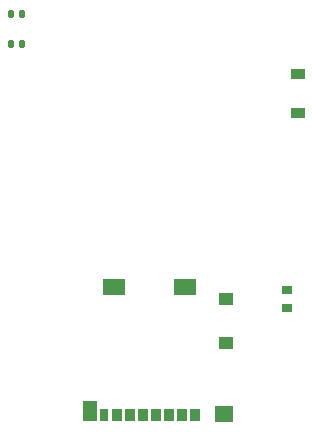
<source format=gbr>
%TF.GenerationSoftware,KiCad,Pcbnew,(6.0.7-1)-1*%
%TF.CreationDate,2022-09-20T15:59:29-07:00*%
%TF.ProjectId,sd_bt_qtpy,73645f62-745f-4717-9470-792e6b696361,rev?*%
%TF.SameCoordinates,Original*%
%TF.FileFunction,Paste,Top*%
%TF.FilePolarity,Positive*%
%FSLAX46Y46*%
G04 Gerber Fmt 4.6, Leading zero omitted, Abs format (unit mm)*
G04 Created by KiCad (PCBNEW (6.0.7-1)-1) date 2022-09-20 15:59:29*
%MOMM*%
%LPD*%
G01*
G04 APERTURE LIST*
G04 Aperture macros list*
%AMRoundRect*
0 Rectangle with rounded corners*
0 $1 Rounding radius*
0 $2 $3 $4 $5 $6 $7 $8 $9 X,Y pos of 4 corners*
0 Add a 4 corners polygon primitive as box body*
4,1,4,$2,$3,$4,$5,$6,$7,$8,$9,$2,$3,0*
0 Add four circle primitives for the rounded corners*
1,1,$1+$1,$2,$3*
1,1,$1+$1,$4,$5*
1,1,$1+$1,$6,$7*
1,1,$1+$1,$8,$9*
0 Add four rect primitives between the rounded corners*
20,1,$1+$1,$2,$3,$4,$5,0*
20,1,$1+$1,$4,$5,$6,$7,0*
20,1,$1+$1,$6,$7,$8,$9,0*
20,1,$1+$1,$8,$9,$2,$3,0*%
G04 Aperture macros list end*
%ADD10R,0.850000X1.100000*%
%ADD11R,0.750000X1.100000*%
%ADD12R,1.200000X1.000000*%
%ADD13R,1.550000X1.350000*%
%ADD14R,1.170000X1.800000*%
%ADD15R,1.900000X1.350000*%
%ADD16R,1.200000X0.900000*%
%ADD17RoundRect,0.140000X0.140000X0.170000X-0.140000X0.170000X-0.140000X-0.170000X0.140000X-0.170000X0*%
%ADD18R,0.864000X0.787000*%
G04 APERTURE END LIST*
D10*
%TO.C,J1*%
X165605000Y-100950000D03*
X164505000Y-100950000D03*
X163405000Y-100950000D03*
X162305000Y-100950000D03*
X161205000Y-100950000D03*
X160105000Y-100950000D03*
X159005000Y-100950000D03*
D11*
X157955000Y-100950000D03*
D12*
X168240000Y-94800000D03*
X168240000Y-91100000D03*
D13*
X168065000Y-100825000D03*
D14*
X156745000Y-100600000D03*
D15*
X158770000Y-90125000D03*
X164740000Y-90125000D03*
%TD*%
D16*
%TO.C,D1*%
X174300000Y-72050000D03*
X174300000Y-75350000D03*
%TD*%
D17*
%TO.C,C2*%
X150980000Y-69500000D03*
X150020000Y-69500000D03*
%TD*%
D18*
%TO.C,R1*%
X173400000Y-90325500D03*
X173400000Y-91874500D03*
%TD*%
D17*
%TO.C,C1*%
X150980000Y-67000000D03*
X150020000Y-67000000D03*
%TD*%
M02*

</source>
